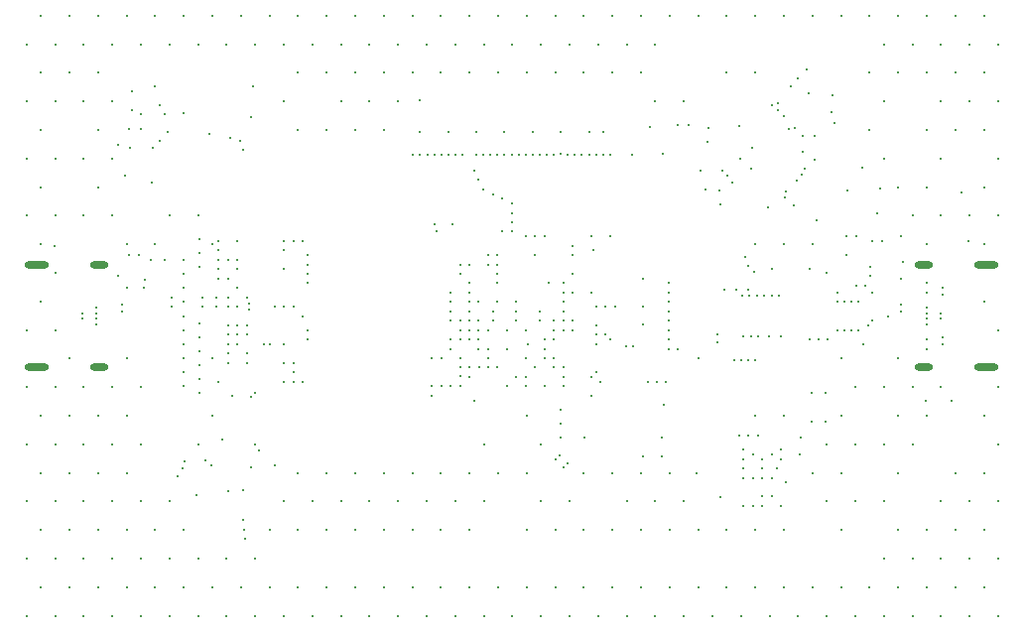
<source format=gbr>
%TF.GenerationSoftware,Altium Limited,Altium Designer,23.1.1 (15)*%
G04 Layer_Color=0*
%FSLAX45Y45*%
%MOMM*%
%TF.SameCoordinates,3FBC52AE-4862-4018-B763-16E4B67C7164*%
%TF.FilePolarity,Positive*%
%TF.FileFunction,Plated,1,4,PTH,Drill*%
%TF.Part,Single*%
G01*
G75*
%TA.AperFunction,ComponentDrill*%
%ADD105O,2.10000X0.60000*%
%ADD106O,1.60000X0.60000*%
%TA.AperFunction,ViaDrill,NotFilled*%
%ADD107C,0.20320*%
D105*
X2767998Y4808000D02*
D03*
Y5672000D02*
D03*
X10872001D02*
D03*
Y4808000D02*
D03*
D106*
X3303998D02*
D03*
Y5672000D02*
D03*
X10336000D02*
D03*
Y4808000D02*
D03*
D107*
X10972800Y7559040D02*
D03*
Y7071360D02*
D03*
Y6583680D02*
D03*
Y6096000D02*
D03*
Y5120640D02*
D03*
Y4632960D02*
D03*
Y4145280D02*
D03*
Y3657600D02*
D03*
Y3169920D02*
D03*
Y2682240D02*
D03*
X10850880Y7802880D02*
D03*
X10728960Y7559040D02*
D03*
X10850880Y7315200D02*
D03*
X10728960Y7071360D02*
D03*
X10850880Y6827520D02*
D03*
Y6339840D02*
D03*
X10728960Y6096000D02*
D03*
X10850880Y5852160D02*
D03*
Y5364480D02*
D03*
Y4389120D02*
D03*
Y3901440D02*
D03*
X10728960Y3657600D02*
D03*
X10850880Y3413760D02*
D03*
X10728960Y3169920D02*
D03*
X10850880Y2926080D02*
D03*
X10728960Y2682240D02*
D03*
X10607040Y7802880D02*
D03*
X10485120Y7559040D02*
D03*
X10607040Y7315200D02*
D03*
X10485120Y7071360D02*
D03*
X10607040Y6827520D02*
D03*
X10485120Y6583680D02*
D03*
Y6096000D02*
D03*
Y4632960D02*
D03*
X10607040Y3901440D02*
D03*
X10485120Y3657600D02*
D03*
X10607040Y3413760D02*
D03*
X10485120Y3169920D02*
D03*
X10607040Y2926080D02*
D03*
X10485120Y2682240D02*
D03*
X10363200Y7802880D02*
D03*
X10241280Y7559040D02*
D03*
X10363200Y7315200D02*
D03*
Y6827520D02*
D03*
Y6339840D02*
D03*
X10241280Y6096000D02*
D03*
X10363200Y5852160D02*
D03*
X10241280Y4632960D02*
D03*
X10363200Y4389120D02*
D03*
X10241280Y4145280D02*
D03*
X10363200Y3413760D02*
D03*
X10241280Y3169920D02*
D03*
X10363200Y2926080D02*
D03*
X10241280Y2682240D02*
D03*
X10119360Y7802880D02*
D03*
X9997440Y7559040D02*
D03*
X10119360Y7315200D02*
D03*
X9997440Y7071360D02*
D03*
Y6583680D02*
D03*
X10119360Y6339840D02*
D03*
Y4876800D02*
D03*
X9997440Y4632960D02*
D03*
X10119360Y4389120D02*
D03*
X9997440Y4145280D02*
D03*
X10119360Y3901440D02*
D03*
X9997440Y3657600D02*
D03*
X10119360Y3413760D02*
D03*
X9997440Y3169920D02*
D03*
X10119360Y2926080D02*
D03*
X9997440Y2682240D02*
D03*
X9875520Y7802880D02*
D03*
Y7315200D02*
D03*
Y6827520D02*
D03*
X9753600Y4632960D02*
D03*
Y4145280D02*
D03*
Y3657600D02*
D03*
X9875520Y2926080D02*
D03*
X9753600Y2682240D02*
D03*
X9631680Y7802880D02*
D03*
X9509760Y5608320D02*
D03*
X9631680Y4876800D02*
D03*
Y4389120D02*
D03*
X9509760Y4145280D02*
D03*
X9631680Y3901440D02*
D03*
X9509760Y3657600D02*
D03*
X9631680Y3413760D02*
D03*
Y2926080D02*
D03*
X9509760Y2682240D02*
D03*
X9387840Y7802880D02*
D03*
Y5852160D02*
D03*
Y3901440D02*
D03*
Y2926080D02*
D03*
X9265920Y2682240D02*
D03*
X9144000Y7802880D02*
D03*
Y5852160D02*
D03*
Y4389120D02*
D03*
Y3413760D02*
D03*
Y2926080D02*
D03*
X9022080Y2682240D02*
D03*
X8900160Y7802880D02*
D03*
Y7315200D02*
D03*
Y5852160D02*
D03*
Y4389120D02*
D03*
Y3413760D02*
D03*
Y2926080D02*
D03*
X8778240Y2682240D02*
D03*
X8656320Y7802880D02*
D03*
Y7315200D02*
D03*
Y3413760D02*
D03*
Y2926080D02*
D03*
X8534400Y2682240D02*
D03*
X8412480Y7802880D02*
D03*
X8290560Y7071360D02*
D03*
X8412480Y4876800D02*
D03*
X8290560Y3657600D02*
D03*
X8412480Y3413760D02*
D03*
Y2926080D02*
D03*
X8290560Y2682240D02*
D03*
X8168640Y7802880D02*
D03*
X8046720Y7559040D02*
D03*
Y7071360D02*
D03*
X8168640Y3901440D02*
D03*
X8046720Y3657600D02*
D03*
X8168640Y3413760D02*
D03*
Y2926080D02*
D03*
X8046720Y2682240D02*
D03*
X7924800Y7802880D02*
D03*
X7802880Y7559040D02*
D03*
X7924800Y7315200D02*
D03*
Y3901440D02*
D03*
X7802880Y3657600D02*
D03*
X7924800Y3413760D02*
D03*
Y2926080D02*
D03*
X7802880Y2682240D02*
D03*
X7680960Y7802880D02*
D03*
X7559040Y7559040D02*
D03*
X7680960Y7315200D02*
D03*
Y3901440D02*
D03*
Y3413760D02*
D03*
Y2926080D02*
D03*
X7559040Y2682240D02*
D03*
X7437120Y7802880D02*
D03*
X7315200Y7559040D02*
D03*
X7437120Y7315200D02*
D03*
Y3901440D02*
D03*
X7315200Y3657600D02*
D03*
X7437120Y3413760D02*
D03*
Y2926080D02*
D03*
X7315200Y2682240D02*
D03*
X7193280Y7802880D02*
D03*
X7071360Y7559040D02*
D03*
X7193280Y7315200D02*
D03*
X7071360Y4145280D02*
D03*
Y3657600D02*
D03*
X7193280Y3413760D02*
D03*
Y2926080D02*
D03*
X7071360Y2682240D02*
D03*
X6949440Y7802880D02*
D03*
X6827520Y7559040D02*
D03*
X6949440Y7315200D02*
D03*
Y4389120D02*
D03*
Y3901440D02*
D03*
Y3413760D02*
D03*
Y2926080D02*
D03*
X6827520Y2682240D02*
D03*
X6705600Y7802880D02*
D03*
X6583680Y7559040D02*
D03*
X6705600Y7315200D02*
D03*
X6583680Y4145280D02*
D03*
X6705600Y3901440D02*
D03*
X6583680Y3657600D02*
D03*
X6705600Y2926080D02*
D03*
X6583680Y2682240D02*
D03*
X6461760Y7802880D02*
D03*
X6339840Y7559040D02*
D03*
X6461760Y7315200D02*
D03*
Y3901440D02*
D03*
X6339840Y3657600D02*
D03*
X6461760Y3413760D02*
D03*
Y2926080D02*
D03*
X6339840Y2682240D02*
D03*
X6217920Y7802880D02*
D03*
X6096000Y7559040D02*
D03*
X6217920Y7315200D02*
D03*
Y3901440D02*
D03*
X6096000Y3657600D02*
D03*
X6217920Y3413760D02*
D03*
Y2926080D02*
D03*
X6096000Y2682240D02*
D03*
X5974080Y7802880D02*
D03*
X5852160Y7559040D02*
D03*
X5974080Y7315200D02*
D03*
X5852160Y7071360D02*
D03*
X5974080Y3901440D02*
D03*
X5852160Y3657600D02*
D03*
X5974080Y3413760D02*
D03*
Y2926080D02*
D03*
X5852160Y2682240D02*
D03*
X5730240Y7802880D02*
D03*
X5608320Y7559040D02*
D03*
X5730240Y7315200D02*
D03*
X5608320Y7071360D02*
D03*
X5730240Y6827520D02*
D03*
Y3901440D02*
D03*
X5608320Y3657600D02*
D03*
X5730240Y3413760D02*
D03*
Y2926080D02*
D03*
X5608320Y2682240D02*
D03*
X5486400Y7802880D02*
D03*
X5364480Y7559040D02*
D03*
X5486400Y7315200D02*
D03*
X5364480Y7071360D02*
D03*
X5486400Y6827520D02*
D03*
Y3901440D02*
D03*
X5364480Y3657600D02*
D03*
X5486400Y3413760D02*
D03*
Y2926080D02*
D03*
X5364480Y2682240D02*
D03*
X5242560Y7802880D02*
D03*
X5120640Y7559040D02*
D03*
X5242560Y7315200D02*
D03*
Y6827520D02*
D03*
Y3901440D02*
D03*
X5120640Y3657600D02*
D03*
X5242560Y3413760D02*
D03*
Y2926080D02*
D03*
X5120640Y2682240D02*
D03*
X4998720Y7802880D02*
D03*
X4876800Y7559040D02*
D03*
X4998720Y7315200D02*
D03*
X4876800Y7071360D02*
D03*
X4998720Y6827520D02*
D03*
Y3901440D02*
D03*
X4876800Y3657600D02*
D03*
X4998720Y3413760D02*
D03*
Y2926080D02*
D03*
X4876800Y2682240D02*
D03*
X4754880Y7802880D02*
D03*
X4632960Y7559040D02*
D03*
Y4145280D02*
D03*
X4754880Y3413760D02*
D03*
X4632960Y3169920D02*
D03*
X4754880Y2926080D02*
D03*
X4632960Y2682240D02*
D03*
X4511040Y7802880D02*
D03*
X4389120Y7559040D02*
D03*
Y3169920D02*
D03*
X4511040Y2926080D02*
D03*
X4389120Y2682240D02*
D03*
X4267200Y7802880D02*
D03*
X4145280Y7559040D02*
D03*
Y6096000D02*
D03*
X4267200Y5852160D02*
D03*
Y4876800D02*
D03*
Y4389120D02*
D03*
X4145280Y4145280D02*
D03*
Y3169920D02*
D03*
X4267200Y2926080D02*
D03*
X4145280Y2682240D02*
D03*
X4023360Y7802880D02*
D03*
X3901440Y7559040D02*
D03*
Y6096000D02*
D03*
Y3657600D02*
D03*
X4023360Y3413760D02*
D03*
X3901440Y3169920D02*
D03*
X4023360Y2926080D02*
D03*
X3901440Y2682240D02*
D03*
X3779520Y7802880D02*
D03*
X3657600Y7559040D02*
D03*
X3779520Y5852160D02*
D03*
X3657600Y4632960D02*
D03*
Y4145280D02*
D03*
Y3657600D02*
D03*
X3779520Y3413760D02*
D03*
X3657600Y3169920D02*
D03*
X3779520Y2926080D02*
D03*
X3657600Y2682240D02*
D03*
X3535680Y7802880D02*
D03*
X3413760Y7559040D02*
D03*
Y7071360D02*
D03*
Y6583680D02*
D03*
Y6096000D02*
D03*
X3535680Y5852160D02*
D03*
Y4876800D02*
D03*
X3413760Y4632960D02*
D03*
X3535680Y4389120D02*
D03*
X3413760Y4145280D02*
D03*
X3535680Y3901440D02*
D03*
X3413760Y3657600D02*
D03*
X3535680Y3413760D02*
D03*
X3413760Y3169920D02*
D03*
X3535680Y2926080D02*
D03*
X3413760Y2682240D02*
D03*
X3291840Y7802880D02*
D03*
X3169920Y7559040D02*
D03*
X3291840Y7315200D02*
D03*
X3169920Y7071360D02*
D03*
X3291840Y6827520D02*
D03*
X3169920Y6583680D02*
D03*
X3291840Y6339840D02*
D03*
X3169920Y6096000D02*
D03*
Y4632960D02*
D03*
X3291840Y4389120D02*
D03*
X3169920Y4145280D02*
D03*
X3291840Y3901440D02*
D03*
X3169920Y3657600D02*
D03*
X3291840Y3413760D02*
D03*
X3169920Y3169920D02*
D03*
X3291840Y2926080D02*
D03*
X3169920Y2682240D02*
D03*
X3048000Y7802880D02*
D03*
X2926080Y7559040D02*
D03*
X3048000Y7315200D02*
D03*
X2926080Y7071360D02*
D03*
Y6583680D02*
D03*
Y6096000D02*
D03*
Y5608320D02*
D03*
Y5120640D02*
D03*
X3048000Y4876800D02*
D03*
X2926080Y4632960D02*
D03*
X3048000Y4389120D02*
D03*
X2926080Y4145280D02*
D03*
X3048000Y3901440D02*
D03*
X2926080Y3657600D02*
D03*
X3048000Y3413760D02*
D03*
X2926080Y3169920D02*
D03*
X3048000Y2926080D02*
D03*
X2926080Y2682240D02*
D03*
X2804160Y7802880D02*
D03*
X2682240Y7559040D02*
D03*
X2804160Y7315200D02*
D03*
X2682240Y7071360D02*
D03*
X2804160Y6827520D02*
D03*
X2682240Y6583680D02*
D03*
X2804160Y6339840D02*
D03*
X2682240Y6096000D02*
D03*
X2804160Y5852160D02*
D03*
Y5364480D02*
D03*
X2682240Y5120640D02*
D03*
Y4632960D02*
D03*
X2804160Y4389120D02*
D03*
X2682240Y4145280D02*
D03*
X2804160Y3901440D02*
D03*
X2682240Y3657600D02*
D03*
X2804160Y3413760D02*
D03*
X2682240Y3169920D02*
D03*
X2804160Y2926080D02*
D03*
X2682240Y2682240D02*
D03*
X10660479Y6296132D02*
D03*
X9252303Y6396144D02*
D03*
X9292308Y6444150D02*
D03*
X9320312Y6496157D02*
D03*
X9684357Y6312134D02*
D03*
X9161747Y6303588D02*
D03*
X9150455Y6254291D02*
D03*
X9224300Y6188118D02*
D03*
X9420324Y6060102D02*
D03*
X9404322Y6576167D02*
D03*
X9808373Y6508158D02*
D03*
X9964392Y6328136D02*
D03*
X3563592Y6672179D02*
D03*
X9144290Y6948213D02*
D03*
X9096284Y7056227D02*
D03*
X9356316Y7140237D02*
D03*
X4799747Y3963840D02*
D03*
X4667730Y4091856D02*
D03*
X3967643Y3875829D02*
D03*
X4131663Y3715809D02*
D03*
X9336314Y7340262D02*
D03*
X9556341Y7120235D02*
D03*
X9200297Y7204245D02*
D03*
X4543715Y3339762D02*
D03*
X10720487Y5880080D02*
D03*
X4011648Y3943838D02*
D03*
X4031651Y3995844D02*
D03*
X4535714Y3419772D02*
D03*
X4527713Y3499782D02*
D03*
X4211673Y4011846D02*
D03*
X4259679Y3963840D02*
D03*
X4531713Y3751814D02*
D03*
X4399697Y3747813D02*
D03*
X4347690Y4183868D02*
D03*
X4599722Y3951839D02*
D03*
X9576344Y6884205D02*
D03*
X9264305Y7268253D02*
D03*
X9092283Y7000220D02*
D03*
X9012273Y6168116D02*
D03*
X7940139Y4039850D02*
D03*
X8100159D02*
D03*
X9308310Y6640175D02*
D03*
X6860449Y5360015D02*
D03*
X6960017Y4999970D02*
D03*
X8436201Y6484155D02*
D03*
X8472206Y6320135D02*
D03*
X8400197Y3899832D02*
D03*
X8604222Y3695807D02*
D03*
X10028400Y5240000D02*
D03*
X9880382Y5584996D02*
D03*
X3687608Y5552039D02*
D03*
X8488208Y6728186D02*
D03*
X8236176Y6872204D02*
D03*
X7852128Y6620172D02*
D03*
X8004147Y6852201D02*
D03*
X8332320Y6868203D02*
D03*
X8496340Y6844200D02*
D03*
X6860004Y5199995D02*
D03*
X6619961Y4959330D02*
D03*
X6539964Y5039975D02*
D03*
X6619974Y5119985D02*
D03*
X6539964Y4955964D02*
D03*
X9548340Y6984218D02*
D03*
X6940014Y5119985D02*
D03*
X7340064Y5600045D02*
D03*
X7516214Y5802823D02*
D03*
X8108160Y6624173D02*
D03*
X7060029Y5199995D02*
D03*
X7660104Y5920085D02*
D03*
X6860007Y5280005D02*
D03*
X7260054Y5520035D02*
D03*
Y5440025D02*
D03*
X7340064Y5840075D02*
D03*
X8660229Y6440150D02*
D03*
X8700234Y6380142D02*
D03*
X6040113Y7084230D02*
D03*
X9980394Y5880080D02*
D03*
X9900384D02*
D03*
X10140414Y5920085D02*
D03*
X9680357Y5760065D02*
D03*
X6379944Y5600045D02*
D03*
X6699984D02*
D03*
X8240177Y4959965D02*
D03*
X6779994D02*
D03*
X6379944Y4799945D02*
D03*
Y4723935D02*
D03*
X6944015Y4639925D02*
D03*
X7260054D02*
D03*
Y4799945D02*
D03*
X7180044Y4879955D02*
D03*
X4319687Y5720060D02*
D03*
Y5640050D02*
D03*
Y5560040D02*
D03*
X3539589Y5480030D02*
D03*
X3679607D02*
D03*
X3559592Y5764065D02*
D03*
X3639602D02*
D03*
X3739614Y5720060D02*
D03*
X9840377Y5500032D02*
D03*
X9760367D02*
D03*
X10140414Y5560040D02*
D03*
X9880382Y5660052D02*
D03*
X9900384Y5199995D02*
D03*
X9860379Y5159990D02*
D03*
X9780369Y5360015D02*
D03*
X9820374Y4999970D02*
D03*
X10360416Y5040252D02*
D03*
X9780369Y5119985D02*
D03*
X9900384Y5440025D02*
D03*
X9600347D02*
D03*
X7440077Y4199870D02*
D03*
X7240052D02*
D03*
Y4319885D02*
D03*
X7500084Y4555914D02*
D03*
Y4719935D02*
D03*
X7540089Y4759940D02*
D03*
X7180044Y5039975D02*
D03*
X7580094Y4679930D02*
D03*
X10572468Y4519910D02*
D03*
X10356441D02*
D03*
X3499584Y5280005D02*
D03*
X3499594Y5340002D02*
D03*
X9940389Y6120110D02*
D03*
X8600222Y6192119D02*
D03*
X9360317Y5640050D02*
D03*
X9380319Y4579917D02*
D03*
X8120162Y4479905D02*
D03*
X9500334Y4579917D02*
D03*
X9360317Y5039975D02*
D03*
X4611723Y7200245D02*
D03*
X8620468Y6479911D02*
D03*
X7100034Y4959965D02*
D03*
X7180044Y4799945D02*
D03*
X6779994Y4639925D02*
D03*
X7260054Y4719935D02*
D03*
X7602097Y6810190D02*
D03*
X7482082D02*
D03*
X6759992Y6810561D02*
D03*
X7000022Y6812196D02*
D03*
X6519962D02*
D03*
X6279932D02*
D03*
X7240052D02*
D03*
X6039902Y6810190D02*
D03*
X2919512Y5840075D02*
D03*
X9760367Y5920085D02*
D03*
X9680357D02*
D03*
X9440327Y5039975D02*
D03*
X8848253Y5416022D02*
D03*
X8912261D02*
D03*
X9040277Y5640050D02*
D03*
Y5416022D02*
D03*
X7120037Y6620172D02*
D03*
X5979894D02*
D03*
X6819999D02*
D03*
X7300059D02*
D03*
X6339939D02*
D03*
X7660104D02*
D03*
X6699984D02*
D03*
X6940014D02*
D03*
X7180044D02*
D03*
X6099909D02*
D03*
X7060029D02*
D03*
X6579969D02*
D03*
X7540089D02*
D03*
X7420074D02*
D03*
X6219924D02*
D03*
X6504203Y6484399D02*
D03*
X6659979Y6280130D02*
D03*
X9380319Y4339887D02*
D03*
X10160417Y5704058D02*
D03*
X9520337Y5039975D02*
D03*
X8160167Y5360015D02*
D03*
Y5440025D02*
D03*
Y5520035D02*
D03*
Y5039975D02*
D03*
Y5119985D02*
D03*
Y4959965D02*
D03*
X7980144Y4679930D02*
D03*
X7260054Y5119985D02*
D03*
X7180044D02*
D03*
X7800122Y4979967D02*
D03*
X7860129D02*
D03*
X7940139Y5560040D02*
D03*
X8140164Y4679930D02*
D03*
X8060154D02*
D03*
X7660104Y5039975D02*
D03*
X7620099Y5079980D02*
D03*
X8100159Y4199870D02*
D03*
X7240052Y4439900D02*
D03*
X8634999Y5464998D02*
D03*
X8834999D02*
D03*
X8580219Y5019972D02*
D03*
Y5079980D02*
D03*
X7295570Y3984983D02*
D03*
X7195353Y4015154D02*
D03*
X7260547Y3949960D02*
D03*
X7230376Y4050177D02*
D03*
X4439702Y4559915D02*
D03*
X4595805Y4551997D02*
D03*
X4479707Y5321280D02*
D03*
X4399697D02*
D03*
X4559717Y4839950D02*
D03*
X5079757Y5040000D02*
D03*
X5079782Y5119985D02*
D03*
X3919637Y5400020D02*
D03*
X4019649Y5360015D02*
D03*
X4179669Y5320010D02*
D03*
X3919637D02*
D03*
X4179669Y5400020D02*
D03*
X4299684Y5320010D02*
D03*
Y5400020D02*
D03*
X3859629Y5720060D02*
D03*
X4019649Y4759940D02*
D03*
Y4639925D02*
D03*
Y4879955D02*
D03*
Y4999970D02*
D03*
Y5119985D02*
D03*
Y5240000D02*
D03*
Y5480030D02*
D03*
Y5600045D02*
D03*
X4159667Y4579917D02*
D03*
Y4699932D02*
D03*
Y4819947D02*
D03*
Y4939962D02*
D03*
Y5059977D02*
D03*
Y5660052D02*
D03*
Y5780067D02*
D03*
Y5179992D02*
D03*
X4019649Y5720060D02*
D03*
X3459579Y5580042D02*
D03*
X9500334Y4339887D02*
D03*
X8880257Y4059852D02*
D03*
X9040277D02*
D03*
X9080282Y3939837D02*
D03*
X9160292Y3819822D02*
D03*
X9040277Y3699807D02*
D03*
X8960267D02*
D03*
Y3619797D02*
D03*
X8880257D02*
D03*
X8800247D02*
D03*
X9120287Y4099857D02*
D03*
X8960267Y4019847D02*
D03*
X8800247Y4099857D02*
D03*
Y4019847D02*
D03*
X8920262Y4219872D02*
D03*
X8840252D02*
D03*
X8760242D02*
D03*
X8800247Y3859827D02*
D03*
X8880257D02*
D03*
X9120287Y3619797D02*
D03*
X8960267Y3859827D02*
D03*
X9040277D02*
D03*
X9720362Y5360015D02*
D03*
X6860004Y4719935D02*
D03*
X6699984Y4799945D02*
D03*
X6619974D02*
D03*
X6543965D02*
D03*
X10500459Y5420022D02*
D03*
X10360442Y5440025D02*
D03*
Y5520035D02*
D03*
X10500459Y5059977D02*
D03*
X3159542Y5215235D02*
D03*
X10500459Y4999970D02*
D03*
X10360442Y4959965D02*
D03*
X10500459Y5480030D02*
D03*
X3279557Y5163990D02*
D03*
X3279210Y5316009D02*
D03*
X10360442Y5163990D02*
D03*
Y5316009D02*
D03*
Y5215237D02*
D03*
Y5264767D02*
D03*
X10140414Y5280005D02*
D03*
Y5340012D02*
D03*
X10480738Y5215235D02*
D03*
Y5264765D02*
D03*
X8784245Y5416022D02*
D03*
X8976269D02*
D03*
X9600347Y5119985D02*
D03*
X9660354D02*
D03*
Y5360015D02*
D03*
X9600347D02*
D03*
X9116286Y5063978D02*
D03*
X9020274Y5067978D02*
D03*
X8920262Y5063978D02*
D03*
X8800247D02*
D03*
X8860254D02*
D03*
X8160167Y5280005D02*
D03*
X9720362Y5119985D02*
D03*
X3279557Y5264767D02*
D03*
X3159542Y5264765D02*
D03*
X3279557Y5215237D02*
D03*
X8840252Y4859952D02*
D03*
X8720237D02*
D03*
X7540089Y4999970D02*
D03*
X7700109Y5320010D02*
D03*
X7340064Y5119985D02*
D03*
X7540089Y5320010D02*
D03*
Y5159990D02*
D03*
Y5079980D02*
D03*
X6499959Y4519910D02*
D03*
X6941265Y4719467D02*
D03*
X6944015Y4879955D02*
D03*
X7020024Y4799945D02*
D03*
X7100034Y5039975D02*
D03*
X6619974Y4879955D02*
D03*
X6379944Y5039975D02*
D03*
Y5199995D02*
D03*
Y5119985D02*
D03*
X6299934Y5039975D02*
D03*
X6459954D02*
D03*
Y5119985D02*
D03*
X4479707Y5640050D02*
D03*
X6219924Y4879955D02*
D03*
X6299934Y4959965D02*
D03*
X6139914Y4879955D02*
D03*
X4579719Y5348013D02*
D03*
Y5292006D02*
D03*
X4399697Y5159990D02*
D03*
X5079782Y5760065D02*
D03*
X4879757Y5800070D02*
D03*
Y5880080D02*
D03*
X4959767D02*
D03*
X5039777D02*
D03*
X4879757Y5320010D02*
D03*
X4959767D02*
D03*
X4799747D02*
D03*
X6459954Y4799945D02*
D03*
X6299934Y4639925D02*
D03*
X5039777Y5240000D02*
D03*
X6379944Y4879955D02*
D03*
X4479707Y5159990D02*
D03*
X4559717D02*
D03*
Y5079980D02*
D03*
X4479707D02*
D03*
X4759742Y4995969D02*
D03*
X4710212D02*
D03*
X6219975Y4639945D02*
D03*
X6139965D02*
D03*
X6139914Y4559915D02*
D03*
X4631726Y4587918D02*
D03*
X6459954Y4719935D02*
D03*
X6379944Y4639925D02*
D03*
X4879757Y4679930D02*
D03*
X4559717Y4919960D02*
D03*
X4479707Y4999970D02*
D03*
X6179919Y5960090D02*
D03*
X4399697Y4919960D02*
D03*
Y5079980D02*
D03*
X9402322Y6774191D02*
D03*
X7099994Y4879955D02*
D03*
X8892258Y5616047D02*
D03*
X8836251Y5664053D02*
D03*
X8816249Y5740062D02*
D03*
X3653598Y6832200D02*
D03*
X4531485Y6660177D02*
D03*
X4506487Y6734429D02*
D03*
X7939911Y5167991D02*
D03*
X7943911Y5324010D02*
D03*
X4159667Y5900082D02*
D03*
X7340064Y5440025D02*
D03*
X6379944Y5680055D02*
D03*
X6459954D02*
D03*
X6619974Y5760065D02*
D03*
X6699984D02*
D03*
Y5680055D02*
D03*
X8872256Y6676179D02*
D03*
X7060029Y5280005D02*
D03*
X7140039Y5524035D02*
D03*
X3461383Y6702206D02*
D03*
X9040277Y7036224D02*
D03*
X6659979Y5199995D02*
D03*
X9240302Y6848201D02*
D03*
X9182146Y6838348D02*
D03*
X9308310Y6776192D02*
D03*
X3819624Y6736187D02*
D03*
X3887633Y6812196D02*
D03*
X3758857Y6675635D02*
D03*
X8596221Y6312134D02*
D03*
X8780244Y4859952D02*
D03*
X8900259D02*
D03*
X9104285Y5416022D02*
D03*
X9288308Y4199870D02*
D03*
X8960267Y3939837D02*
D03*
X9120287Y4019847D02*
D03*
X8800247Y3939837D02*
D03*
X9280307Y4055852D02*
D03*
X3553599Y6832200D02*
D03*
X7600097Y6620172D02*
D03*
X7480082D02*
D03*
X7360067D02*
D03*
X7240052Y6624173D02*
D03*
X7000022Y6620172D02*
D03*
X6880007D02*
D03*
X6759992D02*
D03*
X6639977D02*
D03*
X6519962D02*
D03*
X6399947D02*
D03*
X6279932D02*
D03*
X6039902D02*
D03*
X6159917D02*
D03*
X8764242Y6860202D02*
D03*
X6459954Y5520035D02*
D03*
X3579594Y7160240D02*
D03*
Y7000220D02*
D03*
X3523587Y6436149D02*
D03*
X3779619Y7199800D02*
D03*
X7500000Y5919998D02*
D03*
X6459954Y5280005D02*
D03*
X6461042Y5359274D02*
D03*
X6459954Y5440025D02*
D03*
X6659979Y5280005D02*
D03*
X4399697Y5560040D02*
D03*
X7100034Y5920085D02*
D03*
X7020024Y5919975D02*
D03*
X4419699Y6760190D02*
D03*
X4599722Y6940212D02*
D03*
X4023650Y6968216D02*
D03*
X4243677Y6792194D02*
D03*
X6319937Y6020097D02*
D03*
X6159917D02*
D03*
X5079782Y5600045D02*
D03*
X4959767Y4839950D02*
D03*
X4559717Y5400020D02*
D03*
X4399697Y4839950D02*
D03*
Y4999970D02*
D03*
X5079782Y5520035D02*
D03*
Y5680055D02*
D03*
X5039777Y4679930D02*
D03*
X8864255Y6496157D02*
D03*
X8772243Y6580167D02*
D03*
X6299934Y5440025D02*
D03*
X6819999Y6040100D02*
D03*
X6579969Y6320135D02*
D03*
X6819999Y6120110D02*
D03*
Y6200120D02*
D03*
X6539964Y6400145D02*
D03*
X6940014Y5920011D02*
D03*
X6739989Y6240125D02*
D03*
X6819999Y5960090D02*
D03*
X6739989D02*
D03*
X4479707Y5480030D02*
D03*
X7340064Y5199995D02*
D03*
X7260054D02*
D03*
X6539964Y5360015D02*
D03*
X6539997Y5200000D02*
D03*
X8160167Y5199995D02*
D03*
X7620099Y5320010D02*
D03*
X7500084Y5440025D02*
D03*
X7260174Y5280183D02*
D03*
X7260054Y5360015D02*
D03*
X6699984Y5520035D02*
D03*
X7100034Y4639925D02*
D03*
X7180044Y5199995D02*
D03*
X6779994Y5119985D02*
D03*
X6699984Y5360015D02*
D03*
X3659604Y6960215D02*
D03*
X3859629D02*
D03*
X3819624Y7040225D02*
D03*
X3751616Y6376142D02*
D03*
X7340001Y5759999D02*
D03*
X6619974Y5680055D02*
D03*
X8735969Y5464028D02*
D03*
X4319687Y4679930D02*
D03*
X4959767D02*
D03*
Y4759940D02*
D03*
X4879757Y4839950D02*
D03*
X6299934Y5280005D02*
D03*
Y5360015D02*
D03*
Y5199995D02*
D03*
X4479707Y5720060D02*
D03*
X6459954Y5199995D02*
D03*
X4479707Y5880080D02*
D03*
X6539964Y5119985D02*
D03*
X4879757Y5640050D02*
D03*
X4399697Y5720060D02*
D03*
X4879757Y4999970D02*
D03*
X4319687Y5880080D02*
D03*
Y5800070D02*
D03*
X4399697Y5400020D02*
D03*
X7020001Y5759999D02*
D03*
%TF.MD5,38eb6aa6b5893ddeaff4ef95cf3e7c0f*%
M02*

</source>
